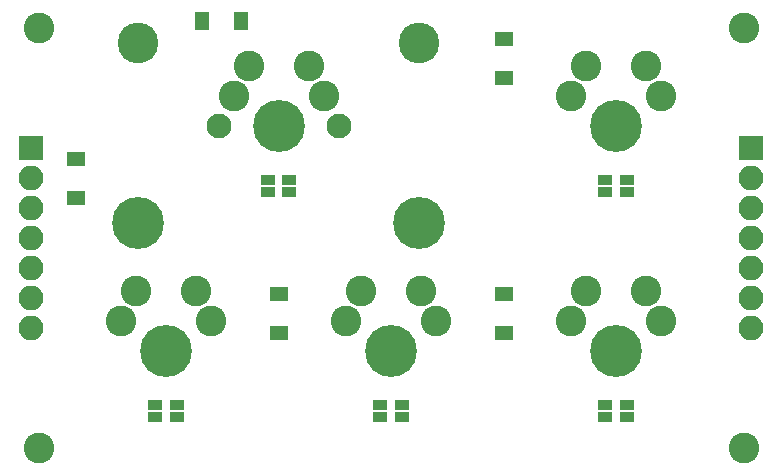
<source format=gbr>
G04 #@! TF.GenerationSoftware,KiCad,Pcbnew,(5.0.0-rc2-dev-471-ge4feb315d)*
G04 #@! TF.CreationDate,2018-05-05T14:14:47+01:00*
G04 #@! TF.ProjectId,cherry_breakout_2u_double_side,6368657272795F627265616B6F75745F,rev?*
G04 #@! TF.SameCoordinates,Original*
G04 #@! TF.FileFunction,Soldermask,Top*
G04 #@! TF.FilePolarity,Negative*
%FSLAX46Y46*%
G04 Gerber Fmt 4.6, Leading zero omitted, Abs format (unit mm)*
G04 Created by KiCad (PCBNEW (5.0.0-rc2-dev-471-ge4feb315d)) date Sat May  5 14:14:47 2018*
%MOMM*%
%LPD*%
G01*
G04 APERTURE LIST*
%ADD10C,2.600000*%
%ADD11R,1.250000X0.900000*%
%ADD12R,2.100000X2.100000*%
%ADD13O,2.100000X2.100000*%
%ADD14C,3.450000*%
%ADD15C,4.400000*%
%ADD16C,2.100000*%
%ADD17R,1.300000X1.600000*%
%ADD18R,1.600000X1.300000*%
G04 APERTURE END LIST*
D10*
X129540000Y-125730000D03*
X129540000Y-90170000D03*
X189230000Y-90170000D03*
D11*
X148960000Y-103005000D03*
X148960000Y-104005000D03*
X150760000Y-104005000D03*
X150760000Y-103005000D03*
X141235000Y-122055000D03*
X141235000Y-123055000D03*
X139435000Y-123055000D03*
X139435000Y-122055000D03*
X158485000Y-122055000D03*
X158485000Y-123055000D03*
X160285000Y-123055000D03*
X160285000Y-122055000D03*
X179335000Y-103005000D03*
X179335000Y-104005000D03*
X177535000Y-104005000D03*
X177535000Y-103005000D03*
X177535000Y-122055000D03*
X177535000Y-123055000D03*
X179335000Y-123055000D03*
X179335000Y-122055000D03*
D12*
X128905000Y-100330000D03*
D13*
X128905000Y-102870000D03*
X128905000Y-105410000D03*
X128905000Y-107950000D03*
X128905000Y-110490000D03*
X128905000Y-113030000D03*
X128905000Y-115570000D03*
X189865000Y-115570000D03*
X189865000Y-113030000D03*
X189865000Y-110490000D03*
X189865000Y-107950000D03*
X189865000Y-105410000D03*
X189865000Y-102870000D03*
D12*
X189865000Y-100330000D03*
D14*
X161760000Y-91425000D03*
X137960000Y-91425000D03*
D15*
X137960000Y-106665000D03*
X161760000Y-106665000D03*
D16*
X154940000Y-98425000D03*
X144780000Y-98425000D03*
D15*
X149860000Y-98425000D03*
D10*
X146050000Y-95885000D03*
X152400000Y-93345000D03*
D15*
X140335000Y-117475000D03*
D10*
X136525000Y-114935000D03*
X142875000Y-112395000D03*
X137795000Y-112395000D03*
X144145000Y-114935000D03*
D15*
X140335000Y-117475000D03*
D10*
X147320000Y-93345000D03*
X153670000Y-95885000D03*
D15*
X149860000Y-98425000D03*
D16*
X154940000Y-98425000D03*
X144780000Y-98425000D03*
D15*
X137960000Y-106665000D03*
X161760000Y-106665000D03*
D14*
X161760000Y-91425000D03*
X137960000Y-91425000D03*
D15*
X159385000Y-117475000D03*
D10*
X163195000Y-114935000D03*
X156845000Y-112395000D03*
X161925000Y-112395000D03*
X155575000Y-114935000D03*
D15*
X159385000Y-117475000D03*
X178435000Y-98425000D03*
D10*
X174625000Y-95885000D03*
X180975000Y-93345000D03*
D15*
X178435000Y-117475000D03*
D10*
X174625000Y-114935000D03*
X180975000Y-112395000D03*
X175895000Y-112395000D03*
X182245000Y-114935000D03*
D15*
X178435000Y-117475000D03*
D10*
X175895000Y-93345000D03*
X182245000Y-95885000D03*
D15*
X178435000Y-98425000D03*
D17*
X143350000Y-89535000D03*
X146650000Y-89535000D03*
D18*
X132715000Y-101220000D03*
X132715000Y-104520000D03*
X149860000Y-115950000D03*
X149860000Y-112650000D03*
X168910000Y-112650000D03*
X168910000Y-115950000D03*
X168910000Y-94360000D03*
X168910000Y-91060000D03*
D10*
X189230000Y-125730000D03*
M02*

</source>
